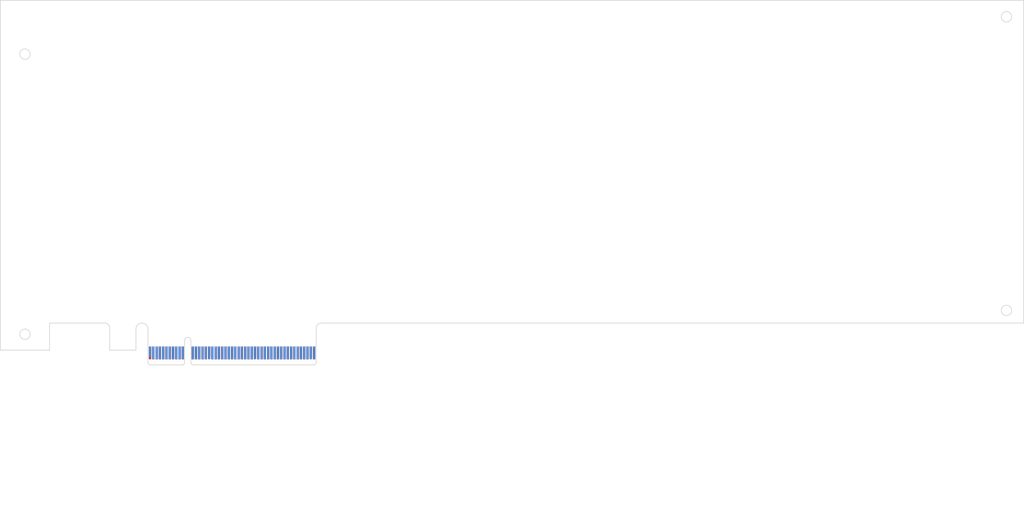
<source format=kicad_pcb>
(kicad_pcb (version 20211014) (generator pcbnew)
  (layers (0 "F.Cu" signal) (31 "B.Cu" signal) (34 "B.Paste" user) (35 "F.Paste" user) (36 "B.SilkS" user "B.Silkscreen") (37 "F.SilkS" user "F.Silkscreen") (38 "B.Mask" user) (39 "F.Mask" user) (44 "Edge.Cuts" user))
  (net 0 "")
  (net 1 "/~{PRSNT}")
  (net 2 "/+12V")
  (net 3 "GND")
  (net 4 "/JTAG_TCK")
  (net 5 "/JTAG_TDI")
  (net 6 "/JTAG_TDO")
  (net 7 "/JTAG_TMS")
  (net 8 "/+3V3")
  (net 9 "/~{PERST}")
  (net 10 "/RefClk_P")
  (net 11 "/RefClk_N")
  (net 12 "/PER0_P")
  (net 13 "/PER0_N")
  (net 14 "/SMCLK")
  (net 15 "/SMDAT")
  (net 16 "/+3V3_aux")
  (net 17 "/~{Wake}")
  (net 18 "/~{CLKREQ}")
  (net 19 "/PET0_P")
  (net 20 "/PET0_N")
  (net 22 "/PER1_P")
  (net 23 "/PER1_N")
  (net 24 "/PER2_P")
  (net 25 "/PER2_N")
  (net 26 "/PER3_P")
  (net 27 "/PER3_N")
  (net 29 "/~{JTAG_TRST}")
  (net 31 "/PET1_P")
  (net 32 "/PET1_N")
  (net 33 "/PET2_P")
  (net 34 "/PET2_N")
  (net 35 "/PET3_P")
  (net 36 "/PET3_N")
  (net 39 "/PER4_P")
  (net 40 "/PER4_N")
  (net 41 "/PER5_P")
  (net 42 "/PER5_N")
  (net 43 "/PER6_P")
  (net 44 "/PER6_N")
  (net 45 "/PER7_P")
  (net 46 "/PER7_N")
  (net 48 "/PET4_P")
  (net 49 "/PET4_N")
  (net 50 "/PET5_P")
  (net 51 "/PET5_N")
  (net 52 "/PET6_P")
  (net 53 "/PET6_N")
  (net 54 "/PET7_P")
  (net 55 "/PET7_N")
  (footprint "Connector_PCIe:PCIe_x8_GoldFinger" (layer "B.Cu") (at 109.65 198.91 180)
    (fp_text reference "P1" hide)
    (fp_text value "PCIe_x8_Goldfinger")
    (pad "A1" smd rect (at 11.5 2.355 180) (size 0.7 3.2) (layers "B.Cu" "B.Mask") (net 1 "/~{PRSNT}"))
    (pad "A2" smd rect (at 10.5 2 180) (size 0.7 3.91) (layers "B.Cu" "B.Mask") (net 2 "/+12V"))
    (pad "A3" smd rect (at 9.5 2 180) (size 0.7 3.91) (layers "B.Cu" "B.Mask") (net 2 "/+12V"))
    (pad "A4" smd rect (at 8.5 2 180) (size 0.7 3.91) (layers "B.Cu" "B.Mask") (net 3 "GND"))
    (pad "A5" smd rect (at 7.5 2 180) (size 0.7 3.91) (layers "B.Cu" "B.Mask") (net 4 "/JTAG_TCK"))
    (pad "A6" smd rect (at 6.5 2 180) (size 0.7 3.91) (layers "B.Cu" "B.Mask") (net 5 "/JTAG_TDI"))
    (pad "A7" smd rect (at 5.5 2 180) (size 0.7 3.91) (layers "B.Cu" "B.Mask") (net 6 "/JTAG_TDO"))
    (pad "A8" smd rect (at 4.5 2 180) (size 0.7 3.91) (layers "B.Cu" "B.Mask") (net 7 "/JTAG_TMS"))
    (pad "A9" smd rect (at 3.5 2 180) (size 0.7 3.91) (layers "B.Cu" "B.Mask") (net 8 "/+3V3"))
    (pad "A10" smd rect (at 2.5 2 180) (size 0.7 3.91) (layers "B.Cu" "B.Mask") (net 8 "/+3V3"))
    (pad "A11" smd rect (at 1.5 2 180) (size 0.7 3.91) (layers "B.Cu" "B.Mask") (net 9 "/~{PERST}"))
    (pad "A12" smd rect (at -1.5 2 180) (size 0.7 3.91) (layers "B.Cu" "B.Mask") (net 3 "GND"))
    (pad "A13" smd rect (at -2.5 2 180) (size 0.7 3.91) (layers "B.Cu" "B.Mask") (net 10 "/RefClk_P"))
    (pad "A14" smd rect (at -3.5 2 180) (size 0.7 3.91) (layers "B.Cu" "B.Mask") (net 11 "/RefClk_N"))
    (pad "A15" smd rect (at -4.5 2 180) (size 0.7 3.91) (layers "B.Cu" "B.Mask") (net 3 "GND"))
    (pad "A16" smd rect (at -5.5 2 180) (size 0.7 3.91) (layers "B.Cu" "B.Mask") (net 12 "/PER0_P"))
    (pad "A17" smd rect (at -6.5 2 180) (size 0.7 3.91) (layers "B.Cu" "B.Mask") (net 13 "/PER0_N"))
    (pad "A18" smd rect (at -7.5 2 180) (size 0.7 3.91) (layers "B.Cu" "B.Mask") (net 3 "GND"))
    (pad "A19" smd rect (at -8.5 2 180) (size 0.7 3.91) (layers "B.Cu" "B.Mask"))
    (pad "A20" smd rect (at -9.5 2 180) (size 0.7 3.91) (layers "B.Cu" "B.Mask") (net 3 "GND"))
    (pad "A21" smd rect (at -10.5 2 180) (size 0.7 3.91) (layers "B.Cu" "B.Mask") (net 22 "/PER1_P"))
    (pad "A22" smd rect (at -11.5 2 180) (size 0.7 3.91) (layers "B.Cu" "B.Mask") (net 23 "/PER1_N"))
    (pad "A23" smd rect (at -12.5 2 180) (size 0.7 3.91) (layers "B.Cu" "B.Mask") (net 3 "GND"))
    (pad "A24" smd rect (at -13.5 2 180) (size 0.7 3.91) (layers "B.Cu" "B.Mask") (net 3 "GND"))
    (pad "A25" smd rect (at -14.5 2 180) (size 0.7 3.91) (layers "B.Cu" "B.Mask") (net 24 "/PER2_P"))
    (pad "A26" smd rect (at -15.5 2 180) (size 0.7 3.91) (layers "B.Cu" "B.Mask") (net 25 "/PER2_N"))
    (pad "A27" smd rect (at -16.5 2 180) (size 0.7 3.91) (layers "B.Cu" "B.Mask") (net 3 "GND"))
    (pad "A28" smd rect (at -17.5 2 180) (size 0.7 3.91) (layers "B.Cu" "B.Mask") (net 3 "GND"))
    (pad "A29" smd rect (at -18.5 2 180) (size 0.7 3.91) (layers "B.Cu" "B.Mask") (net 26 "/PER3_P"))
    (pad "A30" smd rect (at -19.5 2 180) (size 0.7 3.91) (layers "B.Cu" "B.Mask") (net 27 "/PER3_N"))
    (pad "A31" smd rect (at -20.5 2 180) (size 0.7 3.91) (layers "B.Cu" "B.Mask") (net 3 "GND"))
    (pad "A32" smd rect (at -21.5 2 180) (size 0.7 3.91) (layers "B.Cu" "B.Mask"))
    (pad "A33" smd rect (at -22.5 2 180) (size 0.7 3.91) (layers "B.Cu" "B.Mask"))
    (pad "A34" smd rect (at -23.5 2 180) (size 0.7 3.91) (layers "B.Cu" "B.Mask") (net 3 "GND"))
    (pad "A35" smd rect (at -24.5 2 180) (size 0.7 3.91) (layers "B.Cu" "B.Mask") (net 39 "/PER4_P"))
    (pad "A36" smd rect (at -25.5 2 180) (size 0.7 3.91) (layers "B.Cu" "B.Mask") (net 40 "/PER4_N"))
    (pad "A37" smd rect (at -26.5 2 180) (size 0.7 3.91) (layers "B.Cu" "B.Mask") (net 3 "GND"))
    (pad "A38" smd rect (at -27.5 2 180) (size 0.7 3.91) (layers "B.Cu" "B.Mask") (net 3 "GND"))
    (pad "A39" smd rect (at -28.5 2 180) (size 0.7 3.91) (layers "B.Cu" "B.Mask") (net 41 "/PER5_P"))
    (pad "A40" smd rect (at -29.5 2 180) (size 0.7 3.91) (layers "B.Cu" "B.Mask") (net 42 "/PER5_N"))
    (pad "A41" smd rect (at -30.5 2 180) (size 0.7 3.91) (layers "B.Cu" "B.Mask") (net 3 "GND"))
    (pad "A42" smd rect (at -31.5 2 180) (size 0.7 3.91) (layers "B.Cu" "B.Mask") (net 3 "GND"))
    (pad "A43" smd rect (at -32.5 2 180) (size 0.7 3.91) (layers "B.Cu" "B.Mask") (net 43 "/PER6_P"))
    (pad "A44" smd rect (at -33.5 2 180) (size 0.7 3.91) (layers "B.Cu" "B.Mask") (net 44 "/PER6_N"))
    (pad "A45" smd rect (at -34.5 2 180) (size 0.7 3.91) (layers "B.Cu" "B.Mask") (net 3 "GND"))
    (pad "A46" smd rect (at -35.5 2 180) (size 0.7 3.91) (layers "B.Cu" "B.Mask") (net 3 "GND"))
    (pad "A47" smd rect (at -36.5 2 180) (size 0.7 3.91) (layers "B.Cu" "B.Mask") (net 45 "/PER7_P"))
    (pad "A48" smd rect (at -37.5 2 180) (size 0.7 3.91) (layers "B.Cu" "B.Mask") (net 46 "/PER7_N"))
    (pad "A49" smd rect (at -38.5 2 180) (size 0.7 3.91) (layers "B.Cu" "B.Mask") (net 3 "GND"))
    (pad "B1" smd rect (at 11.5 2 180) (size 0.7 3.91) (layers "F.Cu" "F.Mask") (net 2 "/+12V"))
    (pad "B2" smd rect (at 10.5 2 180) (size 0.7 3.91) (layers "F.Cu" "F.Mask") (net 2 "/+12V"))
    (pad "B3" smd rect (at 9.5 2 180) (size 0.7 3.91) (layers "F.Cu" "F.Mask") (net 2 "/+12V"))
    (pad "B4" smd rect (at 8.5 2 180) (size 0.7 3.91) (layers "F.Cu" "F.Mask") (net 3 "GND"))
    (pad "B5" smd rect (at 7.5 2 180) (size 0.7 3.91) (layers "F.Cu" "F.Mask") (net 14 "/SMCLK"))
    (pad "B6" smd rect (at 6.5 2 180) (size 0.7 3.91) (layers "F.Cu" "F.Mask") (net 15 "/SMDAT"))
    (pad "B7" smd rect (at 5.5 2 180) (size 0.7 3.91) (layers "F.Cu" "F.Mask") (net 3 "GND"))
    (pad "B8" smd rect (at 4.5 2 180) (size 0.7 3.91) (layers "F.Cu" "F.Mask") (net 8 "/+3V3"))
    (pad "B9" smd rect (at 3.5 2 180) (size 0.7 3.91) (layers "F.Cu" "F.Mask") (net 29 "/~{JTAG_TRST}"))
    (pad "B10" smd rect (at 2.5 2 180) (size 0.7 3.91) (layers "F.Cu" "F.Mask") (net 16 "/+3V3_aux"))
    (pad "B11" smd rect (at 1.5 2 180) (size 0.7 3.91) (layers "F.Cu" "F.Mask") (net 17 "/~{Wake}"))
    (pad "B12" smd rect (at -1.5 2 180) (size 0.7 3.91) (layers "F.Cu" "F.Mask") (net 18 "/~{CLKREQ}"))
    (pad "B13" smd rect (at -2.5 2 180) (size 0.7 3.91) (layers "F.Cu" "F.Mask") (net 3 "GND"))
    (pad "B14" smd rect (at -3.5 2 180) (size 0.7 3.91) (layers "F.Cu" "F.Mask") (net 19 "/PET0_P"))
    (pad "B15" smd rect (at -4.5 2 180) (size 0.7 3.91) (layers "F.Cu" "F.Mask") (net 20 "/PET0_N"))
    (pad "B16" smd rect (at -5.5 2 180) (size 0.7 3.91) (layers "F.Cu" "F.Mask") (net 3 "GND"))
    (pad "B17" smd rect (at -6.5 2.355 180) (size 0.7 3.2) (layers "F.Cu" "F.Mask"))
    (pad "B18" smd rect (at -7.5 2 180) (size 0.7 3.91) (layers "F.Cu" "F.Mask") (net 3 "GND"))
    (pad "B19" smd rect (at -8.5 2 180) (size 0.7 3.91) (layers "F.Cu" "F.Mask") (net 31 "/PET1_P"))
    (pad "B20" smd rect (at -9.5 2 180) (size 0.7 3.91) (layers "F.Cu" "F.Mask") (net 32 "/PET1_N"))
    (pad "B21" smd rect (at -10.5 2 180) (size 0.7 3.91) (layers "F.Cu" "F.Mask") (net 3 "GND"))
    (pad "B22" smd rect (at -11.5 2 180) (size 0.7 3.91) (layers "F.Cu" "F.Mask") (net 3 "GND"))
    (pad "B23" smd rect (at -12.5 2 180) (size 0.7 3.91) (layers "F.Cu" "F.Mask") (net 33 "/PET2_P"))
    (pad "B24" smd rect (at -13.5 2 180) (size 0.7 3.91) (layers "F.Cu" "F.Mask") (net 34 "/PET2_N"))
    (pad "B25" smd rect (at -14.5 2 180) (size 0.7 3.91) (layers "F.Cu" "F.Mask") (net 3 "GND"))
    (pad "B26" smd rect (at -15.5 2 180) (size 0.7 3.91) (layers "F.Cu" "F.Mask") (net 3 "GND"))
    (pad "B27" smd rect (at -16.5 2 180) (size 0.7 3.91) (layers "F.Cu" "F.Mask") (net 35 "/PET3_P"))
    (pad "B28" smd rect (at -17.5 2 180) (size 0.7 3.91) (layers "F.Cu" "F.Mask") (net 36 "/PET3_N"))
    (pad "B29" smd rect (at -18.5 2 180) (size 0.7 3.91) (layers "F.Cu" "F.Mask") (net 3 "GND"))
    (pad "B30" smd rect (at -19.5 2 180) (size 0.7 3.91) (layers "F.Cu" "F.Mask"))
    (pad "B31" smd rect (at -20.5 2.355 180) (size 0.7 3.2) (layers "F.Cu" "F.Mask"))
    (pad "B32" smd rect (at -21.5 2 180) (size 0.7 3.91) (layers "F.Cu" "F.Mask") (net 3 "GND"))
    (pad "B33" smd rect (at -22.5 2 180) (size 0.7 3.91) (layers "F.Cu" "F.Mask") (net 48 "/PET4_P"))
    (pad "B34" smd rect (at -23.5 2 180) (size 0.7 3.91) (layers "F.Cu" "F.Mask") (net 49 "/PET4_N"))
    (pad "B35" smd rect (at -24.5 2 180) (size 0.7 3.91) (layers "F.Cu" "F.Mask") (net 3 "GND"))
    (pad "B36" smd rect (at -25.5 2 180) (size 0.7 3.91) (layers "F.Cu" "F.Mask") (net 3 "GND"))
    (pad "B37" smd rect (at -26.5 2 180) (size 0.7 3.91) (layers "F.Cu" "F.Mask") (net 50 "/PET5_P"))
    (pad "B38" smd rect (at -27.5 2 180) (size 0.7 3.91) (layers "F.Cu" "F.Mask") (net 51 "/PET5_N"))
    (pad "B39" smd rect (at -28.5 2 180) (size 0.7 3.91) (layers "F.Cu" "F.Mask") (net 3 "GND"))
    (pad "B40" smd rect (at -29.5 2 180) (size 0.7 3.91) (layers "F.Cu" "F.Mask") (net 3 "GND"))
    (pad "B41" smd rect (at -30.5 2 180) (size 0.7 3.91) (layers "F.Cu" "F.Mask") (net 52 "/PET6_P"))
    (pad "B42" smd rect (at -31.5 2 180) (size 0.7 3.91) (layers "F.Cu" "F.Mask") (net 53 "/PET6_N"))
    (pad "B43" smd rect (at -32.5 2 180) (size 0.7 3.91) (layers "F.Cu" "F.Mask") (net 3 "GND"))
    (pad "B44" smd rect (at -33.5 2 180) (size 0.7 3.91) (layers "F.Cu" "F.Mask") (net 3 "GND"))
    (pad "B45" smd rect (at -34.5 2 180) (size 0.7 3.91) (layers "F.Cu" "F.Mask") (net 54 "/PET7_P"))
    (pad "B46" smd rect (at -35.5 2 180) (size 0.7 3.91) (layers "F.Cu" "F.Mask") (net 55 "/PET7_N"))
    (pad "B47" smd rect (at -36.5 2 180) (size 0.7 3.91) (layers "F.Cu" "F.Mask") (net 3 "GND"))
    (pad "B48" smd rect (at -37.5 2.355 180) (size 0.7 3.2) (layers "F.Cu" "F.Mask") (net 1 "/~{PRSNT}"))
    (pad "B49" smd rect (at -38.5 2 180) (size 0.7 3.91) (layers "F.Cu" "F.Mask") (net 3 "GND"))
  )
  (gr_line locked (start 67.5 196.075) (end 52.5 196.075) (layer "Edge.Cuts") (width 0.2))
  (gr_line locked (start 97.5 189.65) (end 97.5 200.075) (layer "Edge.Cuts") (width 0.2))
  (gr_line locked (start 85.85 189.325) (end 85.85 196.075) (layer "Edge.Cuts") (width 0.2))
  (gr_line locked (start 97.5 200.075) (end 98 200.575) (layer "Edge.Cuts") (width 0.2))
  (gr_line locked (start 111.1 200.575) (end 148.3 200.575) (layer "Edge.Cuts") (width 0.2))
  (gr_arc locked (start 108.7 193.125) (mid 109.65 192.175) (end 110.6 193.125) (layer "Edge.Cuts") (width 0.2))
  (gr_line locked (start 150.3 187.825) (end 364.5 187.825) (layer "Edge.Cuts") (width 0.2))
  (gr_line locked (start 108.2 200.575) (end 108.7 200.075) (layer "Edge.Cuts") (width 0.2))
  (gr_circle locked (center 359.25 94.445) (end 360.84 94.445) (layer "Edge.Cuts") (width 0.2) (fill none))
  (gr_arc locked (start 148.8 189.325) (mid 149.23934 188.26434) (end 150.3 187.825) (layer "Edge.Cuts") (width 0.2))
  (gr_circle locked (center 60 191.225) (end 61.59 191.225) (layer "Edge.Cuts") (width 0.2) (fill none))
  (gr_line locked (start 148.8 200.075) (end 148.8 189.325) (layer "Edge.Cuts") (width 0.2))
  (gr_arc locked (start 93.85 189.65) (mid 95.675 187.825) (end 97.5 189.65) (layer "Edge.Cuts") (width 0.2))
  (gr_circle locked (center 359.25 183.975) (end 360.84 183.975) (layer "Edge.Cuts") (width 0.2) (fill none))
  (gr_line locked (start 110.6 200.075) (end 110.6 193.125) (layer "Edge.Cuts") (width 0.2))
  (gr_line locked (start 67.5 187.825) (end 67.5 196.075) (layer "Edge.Cuts") (width 0.2))
  (gr_line locked (start 108.7 200.075) (end 108.7 193.125) (layer "Edge.Cuts") (width 0.2))
  (gr_line locked (start 93.85 196.075) (end 93.85 189.65) (layer "Edge.Cuts") (width 0.2))
  (gr_line locked (start 364.5 187.825) (end 364.5 89.425) (layer "Edge.Cuts") (width 0.2))
  (gr_line locked (start 98 200.575) (end 108.2 200.575) (layer "Edge.Cuts") (width 0.2))
  (gr_line locked (start 364.5 89.425) (end 52.5 89.425) (layer "Edge.Cuts") (width 0.2))
  (gr_line locked (start 52.5 89.425) (end 52.5 196.075) (layer "Edge.Cuts") (width 0.2))
  (gr_arc locked (start 84.35 187.825) (mid 85.41066 188.26434) (end 85.85 189.325) (layer "Edge.Cuts") (width 0.2))
  (gr_circle locked (center 60 105.825) (end 61.59 105.825) (layer "Edge.Cuts") (width 0.2) (fill none))
  (gr_line locked (start 148.3 200.575) (end 148.8 200.075) (layer "Edge.Cuts") (width 0.2))
  (gr_line locked (start 110.6 200.075) (end 111.1 200.575) (layer "Edge.Cuts") (width 0.2))
  (gr_line locked (start 67.5 187.825) (end 84.35 187.825) (layer "Edge.Cuts") (width 0.2))
  (gr_line locked (start 85.85 196.075) (end 93.85 196.075) (layer "Edge.Cuts") (width 0.2))
)
</source>
